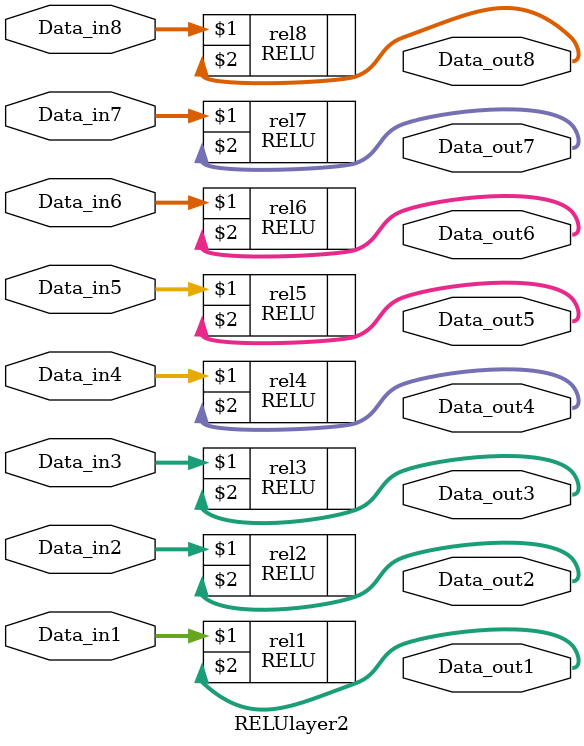
<source format=sv>
module RELUlayer2#(parameter WIDTH = 8
			  )
			 (
			  input signed [WIDTH-1:0] Data_in1,Data_in2,Data_in3,Data_in4,Data_in5,Data_in6,Data_in7,Data_in8,
			  output [WIDTH-1:0] Data_out1,Data_out2,Data_out3,Data_out4,Data_out5,Data_out6,Data_out7,Data_out8
			 );



RELU rel1(Data_in1,Data_out1);
RELU rel2(Data_in2,Data_out2);
RELU rel3(Data_in3,Data_out3);
RELU rel4(Data_in4,Data_out4);
RELU rel5(Data_in5,Data_out5);
RELU rel6(Data_in6,Data_out6);
RELU rel7(Data_in7,Data_out7);
RELU rel8(Data_in8,Data_out8);

endmodule
</source>
